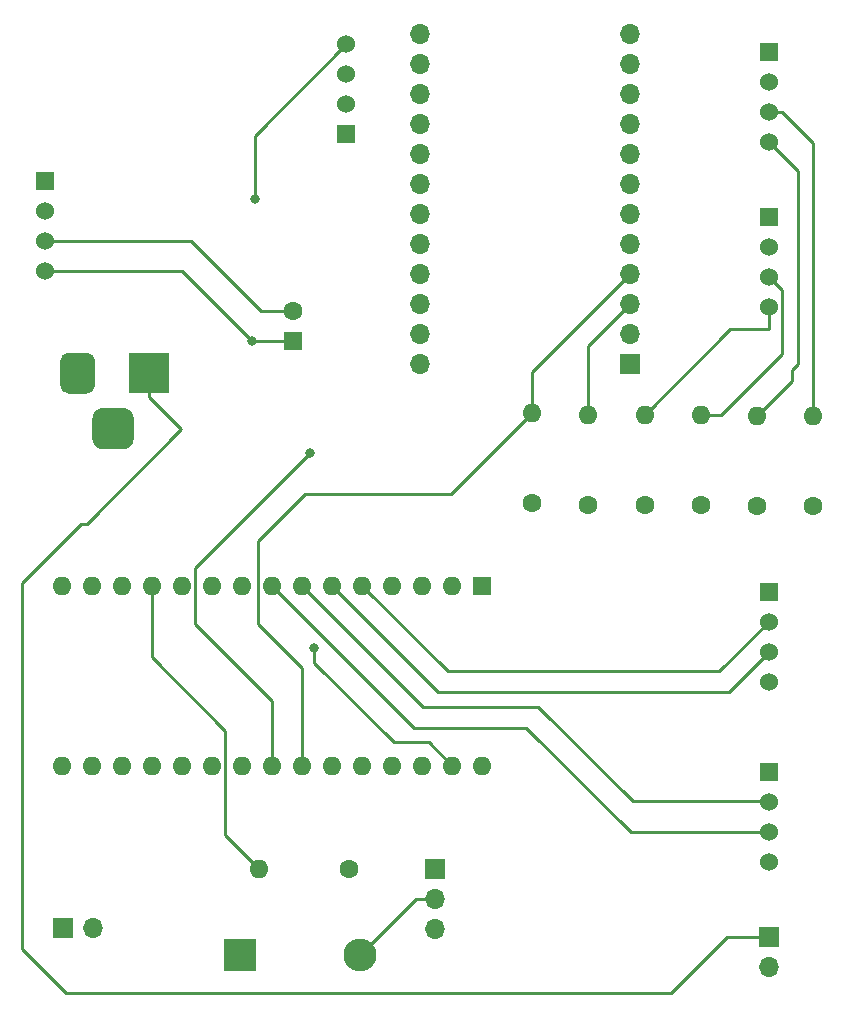
<source format=gbr>
%TF.GenerationSoftware,KiCad,Pcbnew,(5.1.12)-1*%
%TF.CreationDate,2022-05-12T22:17:49+01:00*%
%TF.ProjectId,main_circuit,6d61696e-5f63-4697-9263-7569742e6b69,rev?*%
%TF.SameCoordinates,Original*%
%TF.FileFunction,Copper,L2,Bot*%
%TF.FilePolarity,Positive*%
%FSLAX46Y46*%
G04 Gerber Fmt 4.6, Leading zero omitted, Abs format (unit mm)*
G04 Created by KiCad (PCBNEW (5.1.12)-1) date 2022-05-12 22:17:49*
%MOMM*%
%LPD*%
G01*
G04 APERTURE LIST*
%TA.AperFunction,ComponentPad*%
%ADD10R,1.524000X1.524000*%
%TD*%
%TA.AperFunction,ComponentPad*%
%ADD11C,1.524000*%
%TD*%
%TA.AperFunction,ComponentPad*%
%ADD12R,1.600000X1.600000*%
%TD*%
%TA.AperFunction,ComponentPad*%
%ADD13O,1.600000X1.600000*%
%TD*%
%TA.AperFunction,ComponentPad*%
%ADD14C,1.600000*%
%TD*%
%TA.AperFunction,ComponentPad*%
%ADD15R,2.800000X2.800000*%
%TD*%
%TA.AperFunction,ComponentPad*%
%ADD16O,2.800000X2.800000*%
%TD*%
%TA.AperFunction,ComponentPad*%
%ADD17R,3.500000X3.500000*%
%TD*%
%TA.AperFunction,ComponentPad*%
%ADD18O,1.700000X1.700000*%
%TD*%
%TA.AperFunction,ComponentPad*%
%ADD19R,1.700000X1.700000*%
%TD*%
%TA.AperFunction,ViaPad*%
%ADD20C,0.800000*%
%TD*%
%TA.AperFunction,Conductor*%
%ADD21C,0.250000*%
%TD*%
G04 APERTURE END LIST*
D10*
%TO.P,3.3vDC1,1*%
%TO.N,Net-(3.3vDC1-Pad1)*%
X109750000Y-53250000D03*
D11*
%TO.P,3.3vDC1,2*%
%TO.N,/VCC_12vdc*%
X109750000Y-55790000D03*
%TO.P,3.3vDC1,3*%
%TO.N,/GND_dc*%
X109750000Y-58330000D03*
%TO.P,3.3vDC1,4*%
%TO.N,/VCC_3.3vdc*%
X109750000Y-60870000D03*
%TD*%
%TO.P,5vDC1,4*%
%TO.N,/VCC_5vdc*%
X135250000Y-41630000D03*
%TO.P,5vDC1,3*%
%TO.N,/GND_dc*%
X135250000Y-44170000D03*
%TO.P,5vDC1,2*%
%TO.N,/VCC_12vdc*%
X135250000Y-46710000D03*
D10*
%TO.P,5vDC1,1*%
%TO.N,Net-(5vDC1-Pad1)*%
X135250000Y-49250000D03*
%TD*%
D12*
%TO.P,A1,1*%
%TO.N,Net-(A1-Pad1)*%
X146750000Y-87500000D03*
D13*
%TO.P,A1,17*%
%TO.N,Net-(A1-Pad17)*%
X113730000Y-102740000D03*
%TO.P,A1,2*%
%TO.N,Net-(A1-Pad2)*%
X144210000Y-87500000D03*
%TO.P,A1,18*%
%TO.N,Net-(A1-Pad18)*%
X116270000Y-102740000D03*
%TO.P,A1,3*%
%TO.N,Net-(A1-Pad3)*%
X141670000Y-87500000D03*
%TO.P,A1,19*%
%TO.N,Net-(A1-Pad19)*%
X118810000Y-102740000D03*
%TO.P,A1,4*%
%TO.N,/GND_dc*%
X139130000Y-87500000D03*
%TO.P,A1,20*%
%TO.N,Net-(A1-Pad20)*%
X121350000Y-102740000D03*
%TO.P,A1,5*%
%TO.N,/LCUF_dt*%
X136590000Y-87500000D03*
%TO.P,A1,21*%
%TO.N,Net-(A1-Pad21)*%
X123890000Y-102740000D03*
%TO.P,A1,6*%
%TO.N,/LCUF_sck*%
X134050000Y-87500000D03*
%TO.P,A1,22*%
%TO.N,Net-(A1-Pad22)*%
X126430000Y-102740000D03*
%TO.P,A1,7*%
%TO.N,/LCVI_dt*%
X131510000Y-87500000D03*
%TO.P,A1,23*%
%TO.N,/MUX_sda*%
X128970000Y-102740000D03*
%TO.P,A1,8*%
%TO.N,/LCVI_sck*%
X128970000Y-87500000D03*
%TO.P,A1,24*%
%TO.N,/MUX_scl*%
X131510000Y-102740000D03*
%TO.P,A1,9*%
%TO.N,Net-(A1-Pad9)*%
X126430000Y-87500000D03*
%TO.P,A1,25*%
%TO.N,Net-(A1-Pad25)*%
X134050000Y-102740000D03*
%TO.P,A1,10*%
%TO.N,Net-(A1-Pad10)*%
X123890000Y-87500000D03*
%TO.P,A1,26*%
%TO.N,Net-(A1-Pad26)*%
X136590000Y-102740000D03*
%TO.P,A1,11*%
%TO.N,Net-(A1-Pad11)*%
X121350000Y-87500000D03*
%TO.P,A1,27*%
%TO.N,Net-(A1-Pad27)*%
X139130000Y-102740000D03*
%TO.P,A1,12*%
%TO.N,/MOT_pwm*%
X118810000Y-87500000D03*
%TO.P,A1,28*%
%TO.N,Net-(A1-Pad28)*%
X141670000Y-102740000D03*
%TO.P,A1,13*%
%TO.N,Net-(A1-Pad13)*%
X116270000Y-87500000D03*
%TO.P,A1,29*%
%TO.N,/GND_dc*%
X144210000Y-102740000D03*
%TO.P,A1,14*%
%TO.N,Net-(A1-Pad14)*%
X113730000Y-87500000D03*
%TO.P,A1,30*%
%TO.N,/VCC_5vdc*%
X146750000Y-102740000D03*
%TO.P,A1,15*%
%TO.N,Net-(A1-Pad15)*%
X111190000Y-87500000D03*
%TO.P,A1,16*%
%TO.N,Net-(A1-Pad16)*%
X111190000Y-102740000D03*
%TD*%
D12*
%TO.P,C1,1*%
%TO.N,/VCC_3.3vdc*%
X130750000Y-66750000D03*
D14*
%TO.P,C1,2*%
%TO.N,/GND_dc*%
X130750000Y-64250000D03*
%TD*%
D15*
%TO.P,D2,1*%
%TO.N,Net-(D2-Pad1)*%
X126250000Y-118750000D03*
D16*
%TO.P,D2,2*%
%TO.N,Net-(D2-Pad2)*%
X136410000Y-118750000D03*
%TD*%
D17*
%TO.P,J1,1*%
%TO.N,/VCC_12vdc*%
X118500000Y-69500000D03*
%TO.P,J1,2*%
%TO.N,/GND_dc*%
%TA.AperFunction,ComponentPad*%
G36*
G01*
X111000000Y-70500000D02*
X111000000Y-68500000D01*
G75*
G02*
X111750000Y-67750000I750000J0D01*
G01*
X113250000Y-67750000D01*
G75*
G02*
X114000000Y-68500000I0J-750000D01*
G01*
X114000000Y-70500000D01*
G75*
G02*
X113250000Y-71250000I-750000J0D01*
G01*
X111750000Y-71250000D01*
G75*
G02*
X111000000Y-70500000I0J750000D01*
G01*
G37*
%TD.AperFunction*%
%TO.P,J1,3*%
%TO.N,N/C*%
%TA.AperFunction,ComponentPad*%
G36*
G01*
X113750000Y-75075000D02*
X113750000Y-73325000D01*
G75*
G02*
X114625000Y-72450000I875000J0D01*
G01*
X116375000Y-72450000D01*
G75*
G02*
X117250000Y-73325000I0J-875000D01*
G01*
X117250000Y-75075000D01*
G75*
G02*
X116375000Y-75950000I-875000J0D01*
G01*
X114625000Y-75950000D01*
G75*
G02*
X113750000Y-75075000I0J875000D01*
G01*
G37*
%TD.AperFunction*%
%TD*%
D18*
%TO.P,MUX1,24*%
%TO.N,Net-(MUX1-Pad24)*%
X141470000Y-40810000D03*
%TO.P,MUX1,23*%
%TO.N,Net-(MUX1-Pad23)*%
X141470000Y-43350000D03*
%TO.P,MUX1,22*%
%TO.N,Net-(MUX1-Pad22)*%
X141470000Y-45890000D03*
%TO.P,MUX1,21*%
%TO.N,Net-(MUX1-Pad21)*%
X141470000Y-48430000D03*
%TO.P,MUX1,20*%
%TO.N,Net-(MUX1-Pad20)*%
X141470000Y-50970000D03*
%TO.P,MUX1,19*%
%TO.N,Net-(MUX1-Pad19)*%
X141470000Y-53510000D03*
%TO.P,MUX1,18*%
%TO.N,Net-(MUX1-Pad18)*%
X141470000Y-56050000D03*
%TO.P,MUX1,17*%
%TO.N,Net-(MUX1-Pad17)*%
X141470000Y-58590000D03*
%TO.P,MUX1,16*%
%TO.N,Net-(MUX1-Pad16)*%
X141470000Y-61130000D03*
%TO.P,MUX1,15*%
%TO.N,Net-(MUX1-Pad15)*%
X141470000Y-63670000D03*
%TO.P,MUX1,14*%
%TO.N,Net-(MUX1-Pad14)*%
X141470000Y-66210000D03*
%TO.P,MUX1,13*%
%TO.N,Net-(MUX1-Pad13)*%
X141470000Y-68750000D03*
%TO.P,MUX1,12*%
%TO.N,Net-(MUX1-Pad12)*%
X159250000Y-40810000D03*
%TO.P,MUX1,11*%
%TO.N,Net-(MUX1-Pad11)*%
X159250000Y-43350000D03*
%TO.P,MUX1,10*%
%TO.N,Net-(MUX1-Pad10)*%
X159250000Y-45890000D03*
%TO.P,MUX1,9*%
%TO.N,Net-(MUX1-Pad9)*%
X159250000Y-48430000D03*
%TO.P,MUX1,8*%
%TO.N,/GND_dc*%
X159250000Y-50970000D03*
%TO.P,MUX1,7*%
X159250000Y-53510000D03*
%TO.P,MUX1,6*%
X159250000Y-56050000D03*
%TO.P,MUX1,5*%
%TO.N,Net-(MUX1-Pad5)*%
X159250000Y-58590000D03*
%TO.P,MUX1,4*%
%TO.N,/MUX_scl*%
X159250000Y-61130000D03*
%TO.P,MUX1,3*%
%TO.N,/MUX_sda*%
X159250000Y-63670000D03*
%TO.P,MUX1,2*%
%TO.N,/GND_dc*%
X159250000Y-66210000D03*
D19*
%TO.P,MUX1,1*%
%TO.N,/VCC_3.3vdc*%
X159250000Y-68750000D03*
%TD*%
D11*
%TO.P,Pabd1,4*%
%TO.N,Net-(MUX1-Pad11)*%
X171000000Y-49910000D03*
%TO.P,Pabd1,3*%
%TO.N,Net-(MUX1-Pad12)*%
X171000000Y-47370000D03*
%TO.P,Pabd1,2*%
%TO.N,/VCC_3.3vdc*%
X171000000Y-44830000D03*
D10*
%TO.P,Pabd1,1*%
%TO.N,/GND_dc*%
X171000000Y-42290000D03*
%TD*%
%TO.P,Pblad1,1*%
%TO.N,/GND_dc*%
X171000000Y-56290000D03*
D11*
%TO.P,Pblad1,2*%
%TO.N,/VCC_3.3vdc*%
X171000000Y-58830000D03*
%TO.P,Pblad1,3*%
%TO.N,Net-(MUX1-Pad10)*%
X171000000Y-61370000D03*
%TO.P,Pblad1,4*%
%TO.N,Net-(MUX1-Pad9)*%
X171000000Y-63910000D03*
%TD*%
D19*
%TO.P,Q1,1*%
%TO.N,Net-(Q1-Pad1)*%
X142750000Y-111500000D03*
D18*
%TO.P,Q1,2*%
%TO.N,Net-(D2-Pad2)*%
X142750000Y-114040000D03*
%TO.P,Q1,3*%
%TO.N,Net-(D2-Pad1)*%
X142750000Y-116580000D03*
%TD*%
D14*
%TO.P,R1,1*%
%TO.N,Net-(Q1-Pad1)*%
X135500000Y-111500000D03*
D13*
%TO.P,R1,2*%
%TO.N,/MOT_pwm*%
X127880000Y-111500000D03*
%TD*%
D14*
%TO.P,R2,1*%
%TO.N,/VCC_3.3vdc*%
X151000000Y-80500000D03*
D13*
%TO.P,R2,2*%
%TO.N,/MUX_scl*%
X151000000Y-72880000D03*
%TD*%
D14*
%TO.P,R3,1*%
%TO.N,/VCC_3.3vdc*%
X155750000Y-80620000D03*
D13*
%TO.P,R3,2*%
%TO.N,/MUX_sda*%
X155750000Y-73000000D03*
%TD*%
%TO.P,R4,2*%
%TO.N,Net-(MUX1-Pad9)*%
X160500000Y-73000000D03*
D14*
%TO.P,R4,1*%
%TO.N,/VCC_3.3vdc*%
X160500000Y-80620000D03*
%TD*%
%TO.P,R5,1*%
%TO.N,/VCC_3.3vdc*%
X165250000Y-80620000D03*
D13*
%TO.P,R5,2*%
%TO.N,Net-(MUX1-Pad10)*%
X165250000Y-73000000D03*
%TD*%
%TO.P,R6,2*%
%TO.N,Net-(MUX1-Pad11)*%
X170000000Y-73130000D03*
D14*
%TO.P,R6,1*%
%TO.N,/VCC_3.3vdc*%
X170000000Y-80750000D03*
%TD*%
D13*
%TO.P,R7,2*%
%TO.N,Net-(MUX1-Pad12)*%
X174750000Y-73130000D03*
D14*
%TO.P,R7,1*%
%TO.N,/VCC_3.3vdc*%
X174750000Y-80750000D03*
%TD*%
D19*
%TO.P,SW1,1*%
%TO.N,/GND_dc*%
X111250000Y-116500000D03*
D18*
%TO.P,SW1,2*%
%TO.N,Net-(D2-Pad1)*%
X113790000Y-116500000D03*
%TD*%
D10*
%TO.P,U1,1*%
%TO.N,/GND_dc*%
X171000000Y-88040000D03*
D11*
%TO.P,U1,2*%
%TO.N,/LCUF_dt*%
X171000000Y-90580000D03*
%TO.P,U1,3*%
%TO.N,/LCUF_sck*%
X171000000Y-93120000D03*
%TO.P,U1,4*%
%TO.N,/VCC_5vdc*%
X171000000Y-95660000D03*
%TD*%
%TO.P,U2,4*%
%TO.N,/VCC_5vdc*%
X171000000Y-110910000D03*
%TO.P,U2,3*%
%TO.N,/LCVI_sck*%
X171000000Y-108370000D03*
%TO.P,U2,2*%
%TO.N,/LCVI_dt*%
X171000000Y-105830000D03*
D10*
%TO.P,U2,1*%
%TO.N,/GND_dc*%
X171000000Y-103290000D03*
%TD*%
D19*
%TO.P,Motor1,1*%
%TO.N,/VCC_12vdc*%
X171000000Y-117250000D03*
D18*
%TO.P,Motor1,2*%
%TO.N,Net-(D2-Pad2)*%
X171000000Y-119790000D03*
%TD*%
D20*
%TO.N,/GND_dc*%
X132500000Y-92750000D03*
%TO.N,/VCC_3.3vdc*%
X127250000Y-66750000D03*
%TO.N,/VCC_5vdc*%
X127500000Y-54750000D03*
%TO.N,/MUX_sda*%
X132200002Y-76250000D03*
%TD*%
D21*
%TO.N,/VCC_12vdc*%
X162750000Y-122000000D02*
X167500000Y-117250000D01*
X107750000Y-87250000D02*
X107750000Y-118250000D01*
X107750000Y-118250000D02*
X111500000Y-122000000D01*
X113250000Y-82250000D02*
X112750000Y-82250000D01*
X112750000Y-82250000D02*
X107750000Y-87250000D01*
X121250000Y-74250000D02*
X113250000Y-82250000D01*
X167500000Y-117250000D02*
X171000000Y-117250000D01*
X111500000Y-122000000D02*
X162750000Y-122000000D01*
X118500000Y-71500000D02*
X121250000Y-74250000D01*
X118500000Y-69500000D02*
X118500000Y-71500000D01*
%TO.N,/GND_dc*%
X109750000Y-58330000D02*
X122080000Y-58330000D01*
X128000000Y-64250000D02*
X130750000Y-64250000D01*
X122080000Y-58330000D02*
X128000000Y-64250000D01*
X132500000Y-92750000D02*
X132500000Y-94000000D01*
X132500000Y-94000000D02*
X139250000Y-100750000D01*
X142220000Y-100750000D02*
X144210000Y-102740000D01*
X139250000Y-100750000D02*
X142220000Y-100750000D01*
%TO.N,/VCC_3.3vdc*%
X109750000Y-60870000D02*
X121370000Y-60870000D01*
X127250000Y-66750000D02*
X127250000Y-66750000D01*
X121370000Y-60870000D02*
X127250000Y-66750000D01*
X127250000Y-66750000D02*
X130750000Y-66750000D01*
%TO.N,/VCC_5vdc*%
X135250000Y-41630000D02*
X127500000Y-49380000D01*
X127500000Y-49380000D02*
X127500000Y-54750000D01*
X127500000Y-54750000D02*
X127500000Y-54750000D01*
X127500000Y-54750000D02*
X127500000Y-54750000D01*
%TO.N,/LCUF_dt*%
X166830000Y-94750000D02*
X171000000Y-90580000D01*
X143840000Y-94750000D02*
X166830000Y-94750000D01*
X136590000Y-87500000D02*
X143840000Y-94750000D01*
%TO.N,/LCUF_sck*%
X134050000Y-87500000D02*
X143050000Y-96500000D01*
X167620000Y-96500000D02*
X171000000Y-93120000D01*
X143050000Y-96500000D02*
X167620000Y-96500000D01*
%TO.N,/LCVI_dt*%
X131510000Y-87500000D02*
X141760000Y-97750000D01*
X141760000Y-97750000D02*
X151500000Y-97750000D01*
X151500000Y-97750000D02*
X159500000Y-105750000D01*
X170920000Y-105750000D02*
X171000000Y-105830000D01*
X159500000Y-105750000D02*
X170920000Y-105750000D01*
%TO.N,/MUX_sda*%
X155750000Y-67170000D02*
X159250000Y-63670000D01*
X155750000Y-73000000D02*
X155750000Y-67170000D01*
X128970000Y-102740000D02*
X128970000Y-97220000D01*
X122475001Y-90725001D02*
X122475001Y-85975001D01*
X128970000Y-97220000D02*
X122475001Y-90725001D01*
X122475001Y-85975001D02*
X132200002Y-76250000D01*
X132200002Y-76250000D02*
X132000000Y-76250000D01*
X132200002Y-76250000D02*
X132200002Y-76250000D01*
%TO.N,/LCVI_sck*%
X171000000Y-108370000D02*
X159370000Y-108370000D01*
X159370000Y-108370000D02*
X150500000Y-99500000D01*
X140970000Y-99500000D02*
X128970000Y-87500000D01*
X150500000Y-99500000D02*
X140970000Y-99500000D01*
%TO.N,/MUX_scl*%
X151000000Y-69380000D02*
X151000000Y-72880000D01*
X159250000Y-61130000D02*
X151000000Y-69380000D01*
X131510000Y-102740000D02*
X131510000Y-94490000D01*
X131510000Y-94490000D02*
X127750000Y-90730000D01*
X127750000Y-90730000D02*
X127750000Y-83750000D01*
X127750000Y-83750000D02*
X131750000Y-79750000D01*
X131750000Y-79750000D02*
X131750000Y-79750000D01*
X144130000Y-79750000D02*
X151000000Y-72880000D01*
X131750000Y-79750000D02*
X144130000Y-79750000D01*
%TO.N,/MOT_pwm*%
X125015001Y-108635001D02*
X125015001Y-99765001D01*
X127880000Y-111500000D02*
X125015001Y-108635001D01*
X118810000Y-93560000D02*
X118810000Y-87500000D01*
X125015001Y-99765001D02*
X118810000Y-93560000D01*
%TO.N,Net-(MUX1-Pad12)*%
X171000000Y-47370000D02*
X172120000Y-47370000D01*
X174750000Y-50000000D02*
X174750000Y-73130000D01*
X172120000Y-47370000D02*
X174750000Y-50000000D01*
%TO.N,Net-(MUX1-Pad11)*%
X171000000Y-49910000D02*
X173500000Y-52410000D01*
X173500000Y-68750000D02*
X173000000Y-69250000D01*
X173500000Y-52410000D02*
X173500000Y-68750000D01*
X173000000Y-70130000D02*
X170000000Y-73130000D01*
X173000000Y-69250000D02*
X173000000Y-70130000D01*
%TO.N,Net-(MUX1-Pad10)*%
X171000000Y-61370000D02*
X172130000Y-62500000D01*
X172130000Y-62500000D02*
X172130000Y-67880000D01*
X167010000Y-73000000D02*
X165250000Y-73000000D01*
X172130000Y-67880000D02*
X167010000Y-73000000D01*
%TO.N,Net-(MUX1-Pad9)*%
X171000000Y-63910000D02*
X171000000Y-65750000D01*
X167750000Y-65750000D02*
X160500000Y-73000000D01*
X171000000Y-65750000D02*
X167750000Y-65750000D01*
%TO.N,Net-(D2-Pad2)*%
X141120000Y-114040000D02*
X142750000Y-114040000D01*
X136410000Y-118750000D02*
X141120000Y-114040000D01*
%TD*%
M02*

</source>
